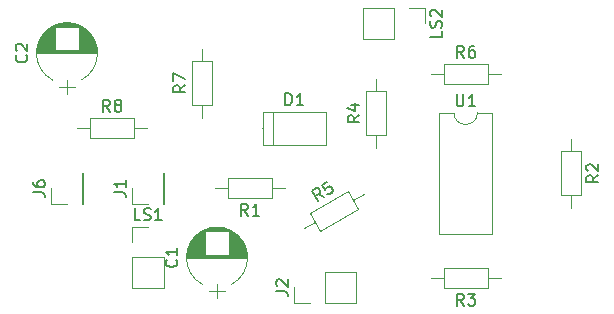
<source format=gbr>
G04 #@! TF.GenerationSoftware,KiCad,Pcbnew,(5.1.2)-2*
G04 #@! TF.CreationDate,2019-11-28T10:38:42+11:00*
G04 #@! TF.ProjectId,AM Demodulator,414d2044-656d-46f6-9475-6c61746f722e,rev 0.1*
G04 #@! TF.SameCoordinates,Original*
G04 #@! TF.FileFunction,Legend,Top*
G04 #@! TF.FilePolarity,Positive*
%FSLAX46Y46*%
G04 Gerber Fmt 4.6, Leading zero omitted, Abs format (unit mm)*
G04 Created by KiCad (PCBNEW (5.1.2)-2) date 2019-11-28 10:38:42*
%MOMM*%
%LPD*%
G04 APERTURE LIST*
%ADD10C,0.120000*%
%ADD11C,0.150000*%
G04 APERTURE END LIST*
D10*
X144662000Y-116948000D02*
X145962000Y-116948000D01*
X145312000Y-117548000D02*
X145312000Y-116348000D01*
X144958000Y-111537000D02*
X145666000Y-111537000D01*
X144753000Y-111577000D02*
X145871000Y-111577000D01*
X144605000Y-111617000D02*
X146019000Y-111617000D01*
X144483000Y-111657000D02*
X146141000Y-111657000D01*
X144378000Y-111697000D02*
X146246000Y-111697000D01*
X144284000Y-111737000D02*
X146340000Y-111737000D01*
X144200000Y-111777000D02*
X146424000Y-111777000D01*
X144123000Y-111817000D02*
X146501000Y-111817000D01*
X144051000Y-111857000D02*
X146573000Y-111857000D01*
X146292000Y-111897000D02*
X146639000Y-111897000D01*
X143985000Y-111897000D02*
X144332000Y-111897000D01*
X146292000Y-111937000D02*
X146702000Y-111937000D01*
X143922000Y-111937000D02*
X144332000Y-111937000D01*
X146292000Y-111977000D02*
X146760000Y-111977000D01*
X143864000Y-111977000D02*
X144332000Y-111977000D01*
X146292000Y-112017000D02*
X146816000Y-112017000D01*
X143808000Y-112017000D02*
X144332000Y-112017000D01*
X146292000Y-112057000D02*
X146868000Y-112057000D01*
X143756000Y-112057000D02*
X144332000Y-112057000D01*
X146292000Y-112097000D02*
X146918000Y-112097000D01*
X143706000Y-112097000D02*
X144332000Y-112097000D01*
X146292000Y-112137000D02*
X146966000Y-112137000D01*
X143658000Y-112137000D02*
X144332000Y-112137000D01*
X146292000Y-112177000D02*
X147011000Y-112177000D01*
X143613000Y-112177000D02*
X144332000Y-112177000D01*
X146292000Y-112217000D02*
X147054000Y-112217000D01*
X143570000Y-112217000D02*
X144332000Y-112217000D01*
X146292000Y-112257000D02*
X147095000Y-112257000D01*
X143529000Y-112257000D02*
X144332000Y-112257000D01*
X146292000Y-112297000D02*
X147135000Y-112297000D01*
X143489000Y-112297000D02*
X144332000Y-112297000D01*
X146292000Y-112337000D02*
X147173000Y-112337000D01*
X143451000Y-112337000D02*
X144332000Y-112337000D01*
X146292000Y-112377000D02*
X147209000Y-112377000D01*
X143415000Y-112377000D02*
X144332000Y-112377000D01*
X146292000Y-112417000D02*
X147244000Y-112417000D01*
X143380000Y-112417000D02*
X144332000Y-112417000D01*
X146292000Y-112457000D02*
X147277000Y-112457000D01*
X143347000Y-112457000D02*
X144332000Y-112457000D01*
X146292000Y-112497000D02*
X147309000Y-112497000D01*
X143315000Y-112497000D02*
X144332000Y-112497000D01*
X146292000Y-112537000D02*
X147340000Y-112537000D01*
X143284000Y-112537000D02*
X144332000Y-112537000D01*
X146292000Y-112577000D02*
X147370000Y-112577000D01*
X143254000Y-112577000D02*
X144332000Y-112577000D01*
X146292000Y-112617000D02*
X147398000Y-112617000D01*
X143226000Y-112617000D02*
X144332000Y-112617000D01*
X146292000Y-112657000D02*
X147425000Y-112657000D01*
X143199000Y-112657000D02*
X144332000Y-112657000D01*
X146292000Y-112697000D02*
X147452000Y-112697000D01*
X143172000Y-112697000D02*
X144332000Y-112697000D01*
X146292000Y-112737000D02*
X147477000Y-112737000D01*
X143147000Y-112737000D02*
X144332000Y-112737000D01*
X146292000Y-112777000D02*
X147501000Y-112777000D01*
X143123000Y-112777000D02*
X144332000Y-112777000D01*
X146292000Y-112817000D02*
X147524000Y-112817000D01*
X143100000Y-112817000D02*
X144332000Y-112817000D01*
X146292000Y-112857000D02*
X147546000Y-112857000D01*
X143078000Y-112857000D02*
X144332000Y-112857000D01*
X146292000Y-112897000D02*
X147568000Y-112897000D01*
X143056000Y-112897000D02*
X144332000Y-112897000D01*
X146292000Y-112937000D02*
X147588000Y-112937000D01*
X143036000Y-112937000D02*
X144332000Y-112937000D01*
X146292000Y-112977000D02*
X147608000Y-112977000D01*
X143016000Y-112977000D02*
X144332000Y-112977000D01*
X146292000Y-113017000D02*
X147627000Y-113017000D01*
X142997000Y-113017000D02*
X144332000Y-113017000D01*
X146292000Y-113057000D02*
X147645000Y-113057000D01*
X142979000Y-113057000D02*
X144332000Y-113057000D01*
X146292000Y-113097000D02*
X147662000Y-113097000D01*
X142962000Y-113097000D02*
X144332000Y-113097000D01*
X146292000Y-113137000D02*
X147678000Y-113137000D01*
X142946000Y-113137000D02*
X144332000Y-113137000D01*
X146292000Y-113177000D02*
X147694000Y-113177000D01*
X142930000Y-113177000D02*
X144332000Y-113177000D01*
X146292000Y-113217000D02*
X147708000Y-113217000D01*
X142916000Y-113217000D02*
X144332000Y-113217000D01*
X146292000Y-113257000D02*
X147722000Y-113257000D01*
X142902000Y-113257000D02*
X144332000Y-113257000D01*
X146292000Y-113297000D02*
X147736000Y-113297000D01*
X142888000Y-113297000D02*
X144332000Y-113297000D01*
X146292000Y-113337000D02*
X147748000Y-113337000D01*
X142876000Y-113337000D02*
X144332000Y-113337000D01*
X146292000Y-113377000D02*
X147760000Y-113377000D01*
X142864000Y-113377000D02*
X144332000Y-113377000D01*
X146292000Y-113418000D02*
X147772000Y-113418000D01*
X142852000Y-113418000D02*
X144332000Y-113418000D01*
X146292000Y-113458000D02*
X147782000Y-113458000D01*
X142842000Y-113458000D02*
X144332000Y-113458000D01*
X146292000Y-113498000D02*
X147792000Y-113498000D01*
X142832000Y-113498000D02*
X144332000Y-113498000D01*
X146292000Y-113538000D02*
X147801000Y-113538000D01*
X142823000Y-113538000D02*
X144332000Y-113538000D01*
X146292000Y-113578000D02*
X147810000Y-113578000D01*
X142814000Y-113578000D02*
X144332000Y-113578000D01*
X146292000Y-113618000D02*
X147818000Y-113618000D01*
X142806000Y-113618000D02*
X144332000Y-113618000D01*
X146292000Y-113658000D02*
X147825000Y-113658000D01*
X142799000Y-113658000D02*
X144332000Y-113658000D01*
X146292000Y-113698000D02*
X147831000Y-113698000D01*
X142793000Y-113698000D02*
X144332000Y-113698000D01*
X146292000Y-113738000D02*
X147837000Y-113738000D01*
X142787000Y-113738000D02*
X144332000Y-113738000D01*
X146292000Y-113778000D02*
X147843000Y-113778000D01*
X142781000Y-113778000D02*
X144332000Y-113778000D01*
X146292000Y-113818000D02*
X147847000Y-113818000D01*
X142777000Y-113818000D02*
X144332000Y-113818000D01*
X142773000Y-113858000D02*
X147851000Y-113858000D01*
X142769000Y-113898000D02*
X147855000Y-113898000D01*
X142766000Y-113938000D02*
X147858000Y-113938000D01*
X142764000Y-113978000D02*
X147860000Y-113978000D01*
X142763000Y-114018000D02*
X147861000Y-114018000D01*
X142762000Y-114058000D02*
X147862000Y-114058000D01*
X142762000Y-114098000D02*
X147862000Y-114098000D01*
X146491723Y-111792278D02*
G75*
G03X144132000Y-111792420I-1179723J-2305722D01*
G01*
X146491723Y-111792278D02*
G75*
G02X146492000Y-116403580I-1179723J-2305722D01*
G01*
X144132277Y-111792278D02*
G75*
G03X144132000Y-116403580I1179723J-2305722D01*
G01*
X131432277Y-94480278D02*
G75*
G03X131432000Y-99091580I1179723J-2305722D01*
G01*
X133791723Y-94480278D02*
G75*
G02X133792000Y-99091580I-1179723J-2305722D01*
G01*
X133791723Y-94480278D02*
G75*
G03X131432000Y-94480420I-1179723J-2305722D01*
G01*
X130062000Y-96786000D02*
X135162000Y-96786000D01*
X130062000Y-96746000D02*
X135162000Y-96746000D01*
X130063000Y-96706000D02*
X135161000Y-96706000D01*
X130064000Y-96666000D02*
X135160000Y-96666000D01*
X130066000Y-96626000D02*
X135158000Y-96626000D01*
X130069000Y-96586000D02*
X135155000Y-96586000D01*
X130073000Y-96546000D02*
X135151000Y-96546000D01*
X130077000Y-96506000D02*
X131632000Y-96506000D01*
X133592000Y-96506000D02*
X135147000Y-96506000D01*
X130081000Y-96466000D02*
X131632000Y-96466000D01*
X133592000Y-96466000D02*
X135143000Y-96466000D01*
X130087000Y-96426000D02*
X131632000Y-96426000D01*
X133592000Y-96426000D02*
X135137000Y-96426000D01*
X130093000Y-96386000D02*
X131632000Y-96386000D01*
X133592000Y-96386000D02*
X135131000Y-96386000D01*
X130099000Y-96346000D02*
X131632000Y-96346000D01*
X133592000Y-96346000D02*
X135125000Y-96346000D01*
X130106000Y-96306000D02*
X131632000Y-96306000D01*
X133592000Y-96306000D02*
X135118000Y-96306000D01*
X130114000Y-96266000D02*
X131632000Y-96266000D01*
X133592000Y-96266000D02*
X135110000Y-96266000D01*
X130123000Y-96226000D02*
X131632000Y-96226000D01*
X133592000Y-96226000D02*
X135101000Y-96226000D01*
X130132000Y-96186000D02*
X131632000Y-96186000D01*
X133592000Y-96186000D02*
X135092000Y-96186000D01*
X130142000Y-96146000D02*
X131632000Y-96146000D01*
X133592000Y-96146000D02*
X135082000Y-96146000D01*
X130152000Y-96106000D02*
X131632000Y-96106000D01*
X133592000Y-96106000D02*
X135072000Y-96106000D01*
X130164000Y-96065000D02*
X131632000Y-96065000D01*
X133592000Y-96065000D02*
X135060000Y-96065000D01*
X130176000Y-96025000D02*
X131632000Y-96025000D01*
X133592000Y-96025000D02*
X135048000Y-96025000D01*
X130188000Y-95985000D02*
X131632000Y-95985000D01*
X133592000Y-95985000D02*
X135036000Y-95985000D01*
X130202000Y-95945000D02*
X131632000Y-95945000D01*
X133592000Y-95945000D02*
X135022000Y-95945000D01*
X130216000Y-95905000D02*
X131632000Y-95905000D01*
X133592000Y-95905000D02*
X135008000Y-95905000D01*
X130230000Y-95865000D02*
X131632000Y-95865000D01*
X133592000Y-95865000D02*
X134994000Y-95865000D01*
X130246000Y-95825000D02*
X131632000Y-95825000D01*
X133592000Y-95825000D02*
X134978000Y-95825000D01*
X130262000Y-95785000D02*
X131632000Y-95785000D01*
X133592000Y-95785000D02*
X134962000Y-95785000D01*
X130279000Y-95745000D02*
X131632000Y-95745000D01*
X133592000Y-95745000D02*
X134945000Y-95745000D01*
X130297000Y-95705000D02*
X131632000Y-95705000D01*
X133592000Y-95705000D02*
X134927000Y-95705000D01*
X130316000Y-95665000D02*
X131632000Y-95665000D01*
X133592000Y-95665000D02*
X134908000Y-95665000D01*
X130336000Y-95625000D02*
X131632000Y-95625000D01*
X133592000Y-95625000D02*
X134888000Y-95625000D01*
X130356000Y-95585000D02*
X131632000Y-95585000D01*
X133592000Y-95585000D02*
X134868000Y-95585000D01*
X130378000Y-95545000D02*
X131632000Y-95545000D01*
X133592000Y-95545000D02*
X134846000Y-95545000D01*
X130400000Y-95505000D02*
X131632000Y-95505000D01*
X133592000Y-95505000D02*
X134824000Y-95505000D01*
X130423000Y-95465000D02*
X131632000Y-95465000D01*
X133592000Y-95465000D02*
X134801000Y-95465000D01*
X130447000Y-95425000D02*
X131632000Y-95425000D01*
X133592000Y-95425000D02*
X134777000Y-95425000D01*
X130472000Y-95385000D02*
X131632000Y-95385000D01*
X133592000Y-95385000D02*
X134752000Y-95385000D01*
X130499000Y-95345000D02*
X131632000Y-95345000D01*
X133592000Y-95345000D02*
X134725000Y-95345000D01*
X130526000Y-95305000D02*
X131632000Y-95305000D01*
X133592000Y-95305000D02*
X134698000Y-95305000D01*
X130554000Y-95265000D02*
X131632000Y-95265000D01*
X133592000Y-95265000D02*
X134670000Y-95265000D01*
X130584000Y-95225000D02*
X131632000Y-95225000D01*
X133592000Y-95225000D02*
X134640000Y-95225000D01*
X130615000Y-95185000D02*
X131632000Y-95185000D01*
X133592000Y-95185000D02*
X134609000Y-95185000D01*
X130647000Y-95145000D02*
X131632000Y-95145000D01*
X133592000Y-95145000D02*
X134577000Y-95145000D01*
X130680000Y-95105000D02*
X131632000Y-95105000D01*
X133592000Y-95105000D02*
X134544000Y-95105000D01*
X130715000Y-95065000D02*
X131632000Y-95065000D01*
X133592000Y-95065000D02*
X134509000Y-95065000D01*
X130751000Y-95025000D02*
X131632000Y-95025000D01*
X133592000Y-95025000D02*
X134473000Y-95025000D01*
X130789000Y-94985000D02*
X131632000Y-94985000D01*
X133592000Y-94985000D02*
X134435000Y-94985000D01*
X130829000Y-94945000D02*
X131632000Y-94945000D01*
X133592000Y-94945000D02*
X134395000Y-94945000D01*
X130870000Y-94905000D02*
X131632000Y-94905000D01*
X133592000Y-94905000D02*
X134354000Y-94905000D01*
X130913000Y-94865000D02*
X131632000Y-94865000D01*
X133592000Y-94865000D02*
X134311000Y-94865000D01*
X130958000Y-94825000D02*
X131632000Y-94825000D01*
X133592000Y-94825000D02*
X134266000Y-94825000D01*
X131006000Y-94785000D02*
X131632000Y-94785000D01*
X133592000Y-94785000D02*
X134218000Y-94785000D01*
X131056000Y-94745000D02*
X131632000Y-94745000D01*
X133592000Y-94745000D02*
X134168000Y-94745000D01*
X131108000Y-94705000D02*
X131632000Y-94705000D01*
X133592000Y-94705000D02*
X134116000Y-94705000D01*
X131164000Y-94665000D02*
X131632000Y-94665000D01*
X133592000Y-94665000D02*
X134060000Y-94665000D01*
X131222000Y-94625000D02*
X131632000Y-94625000D01*
X133592000Y-94625000D02*
X134002000Y-94625000D01*
X131285000Y-94585000D02*
X131632000Y-94585000D01*
X133592000Y-94585000D02*
X133939000Y-94585000D01*
X131351000Y-94545000D02*
X133873000Y-94545000D01*
X131423000Y-94505000D02*
X133801000Y-94505000D01*
X131500000Y-94465000D02*
X133724000Y-94465000D01*
X131584000Y-94425000D02*
X133640000Y-94425000D01*
X131678000Y-94385000D02*
X133546000Y-94385000D01*
X131783000Y-94345000D02*
X133441000Y-94345000D01*
X131905000Y-94305000D02*
X133319000Y-94305000D01*
X132053000Y-94265000D02*
X133171000Y-94265000D01*
X132258000Y-94225000D02*
X132966000Y-94225000D01*
X132612000Y-100236000D02*
X132612000Y-99036000D01*
X131962000Y-99636000D02*
X133262000Y-99636000D01*
X150028000Y-101746000D02*
X150028000Y-104566000D01*
X154578000Y-103156000D02*
X154508000Y-103156000D01*
X149118000Y-103156000D02*
X149188000Y-103156000D01*
X154508000Y-101746000D02*
X149188000Y-101746000D01*
X154508000Y-104566000D02*
X154508000Y-101746000D01*
X149188000Y-104566000D02*
X154508000Y-104566000D01*
X149188000Y-101746000D02*
X149188000Y-104566000D01*
X138140000Y-109566000D02*
X138140000Y-108236000D01*
X139470000Y-109566000D02*
X138140000Y-109566000D01*
X140740000Y-109566000D02*
X140740000Y-106906000D01*
X140740000Y-106906000D02*
X140800000Y-106906000D01*
X140740000Y-109566000D02*
X140800000Y-109566000D01*
X140800000Y-109566000D02*
X140800000Y-106906000D01*
X151856000Y-117948000D02*
X151856000Y-116618000D01*
X153186000Y-117948000D02*
X151856000Y-117948000D01*
X154456000Y-117948000D02*
X154456000Y-115288000D01*
X154456000Y-115288000D02*
X157056000Y-115288000D01*
X154456000Y-117948000D02*
X157056000Y-117948000D01*
X157056000Y-117948000D02*
X157056000Y-115288000D01*
X133942000Y-109566000D02*
X133942000Y-106906000D01*
X133882000Y-109566000D02*
X133942000Y-109566000D01*
X133882000Y-106906000D02*
X133942000Y-106906000D01*
X133882000Y-109566000D02*
X133882000Y-106906000D01*
X132612000Y-109566000D02*
X131282000Y-109566000D01*
X131282000Y-109566000D02*
X131282000Y-108236000D01*
X138140000Y-116678000D02*
X140800000Y-116678000D01*
X138140000Y-114078000D02*
X138140000Y-116678000D01*
X140800000Y-114078000D02*
X140800000Y-116678000D01*
X138140000Y-114078000D02*
X140800000Y-114078000D01*
X138140000Y-112808000D02*
X138140000Y-111478000D01*
X138140000Y-111478000D02*
X139470000Y-111478000D01*
X162898000Y-92936000D02*
X162898000Y-94266000D01*
X161568000Y-92936000D02*
X162898000Y-92936000D01*
X160298000Y-92936000D02*
X160298000Y-95596000D01*
X160298000Y-95596000D02*
X157698000Y-95596000D01*
X160298000Y-92936000D02*
X157698000Y-92936000D01*
X157698000Y-92936000D02*
X157698000Y-95596000D01*
X149966000Y-109096000D02*
X149966000Y-107376000D01*
X149966000Y-107376000D02*
X146246000Y-107376000D01*
X146246000Y-107376000D02*
X146246000Y-109096000D01*
X146246000Y-109096000D02*
X149966000Y-109096000D01*
X151036000Y-108236000D02*
X149966000Y-108236000D01*
X145176000Y-108236000D02*
X146246000Y-108236000D01*
X175284000Y-109896000D02*
X175284000Y-108826000D01*
X175284000Y-104036000D02*
X175284000Y-105106000D01*
X176144000Y-108826000D02*
X176144000Y-105106000D01*
X174424000Y-108826000D02*
X176144000Y-108826000D01*
X174424000Y-105106000D02*
X174424000Y-108826000D01*
X176144000Y-105106000D02*
X174424000Y-105106000D01*
X168254000Y-116716000D02*
X168254000Y-114996000D01*
X168254000Y-114996000D02*
X164534000Y-114996000D01*
X164534000Y-114996000D02*
X164534000Y-116716000D01*
X164534000Y-116716000D02*
X168254000Y-116716000D01*
X169324000Y-115856000D02*
X168254000Y-115856000D01*
X163464000Y-115856000D02*
X164534000Y-115856000D01*
X157914000Y-103746000D02*
X159634000Y-103746000D01*
X159634000Y-103746000D02*
X159634000Y-100026000D01*
X159634000Y-100026000D02*
X157914000Y-100026000D01*
X157914000Y-100026000D02*
X157914000Y-103746000D01*
X158774000Y-104816000D02*
X158774000Y-103746000D01*
X158774000Y-98956000D02*
X158774000Y-100026000D01*
X157753011Y-108676000D02*
X156826364Y-109211000D01*
X152678102Y-111606000D02*
X153604750Y-111071000D01*
X156396364Y-108466218D02*
X153174750Y-110326218D01*
X157256364Y-109955782D02*
X156396364Y-108466218D01*
X154034750Y-111815782D02*
X157256364Y-109955782D01*
X153174750Y-110326218D02*
X154034750Y-111815782D01*
X169324000Y-98584000D02*
X168254000Y-98584000D01*
X163464000Y-98584000D02*
X164534000Y-98584000D01*
X168254000Y-97724000D02*
X164534000Y-97724000D01*
X168254000Y-99444000D02*
X168254000Y-97724000D01*
X164534000Y-99444000D02*
X168254000Y-99444000D01*
X164534000Y-97724000D02*
X164534000Y-99444000D01*
X143178000Y-101206000D02*
X144898000Y-101206000D01*
X144898000Y-101206000D02*
X144898000Y-97486000D01*
X144898000Y-97486000D02*
X143178000Y-97486000D01*
X143178000Y-97486000D02*
X143178000Y-101206000D01*
X144038000Y-102276000D02*
X144038000Y-101206000D01*
X144038000Y-96416000D02*
X144038000Y-97486000D01*
X139352000Y-103156000D02*
X138282000Y-103156000D01*
X133492000Y-103156000D02*
X134562000Y-103156000D01*
X138282000Y-102296000D02*
X134562000Y-102296000D01*
X138282000Y-104016000D02*
X138282000Y-102296000D01*
X134562000Y-104016000D02*
X138282000Y-104016000D01*
X134562000Y-102296000D02*
X134562000Y-104016000D01*
X168622000Y-101826000D02*
X167372000Y-101826000D01*
X168622000Y-112106000D02*
X168622000Y-101826000D01*
X164122000Y-112106000D02*
X168622000Y-112106000D01*
X164122000Y-101826000D02*
X164122000Y-112106000D01*
X165372000Y-101826000D02*
X164122000Y-101826000D01*
X167372000Y-101826000D02*
G75*
G02X165372000Y-101826000I-1000000J0D01*
G01*
D11*
X141859142Y-114264666D02*
X141906761Y-114312285D01*
X141954380Y-114455142D01*
X141954380Y-114550380D01*
X141906761Y-114693238D01*
X141811523Y-114788476D01*
X141716285Y-114836095D01*
X141525809Y-114883714D01*
X141382952Y-114883714D01*
X141192476Y-114836095D01*
X141097238Y-114788476D01*
X141002000Y-114693238D01*
X140954380Y-114550380D01*
X140954380Y-114455142D01*
X141002000Y-114312285D01*
X141049619Y-114264666D01*
X141954380Y-113312285D02*
X141954380Y-113883714D01*
X141954380Y-113598000D02*
X140954380Y-113598000D01*
X141097238Y-113693238D01*
X141192476Y-113788476D01*
X141240095Y-113883714D01*
X129159142Y-96952666D02*
X129206761Y-97000285D01*
X129254380Y-97143142D01*
X129254380Y-97238380D01*
X129206761Y-97381238D01*
X129111523Y-97476476D01*
X129016285Y-97524095D01*
X128825809Y-97571714D01*
X128682952Y-97571714D01*
X128492476Y-97524095D01*
X128397238Y-97476476D01*
X128302000Y-97381238D01*
X128254380Y-97238380D01*
X128254380Y-97143142D01*
X128302000Y-97000285D01*
X128349619Y-96952666D01*
X128349619Y-96571714D02*
X128302000Y-96524095D01*
X128254380Y-96428857D01*
X128254380Y-96190761D01*
X128302000Y-96095523D01*
X128349619Y-96047904D01*
X128444857Y-96000285D01*
X128540095Y-96000285D01*
X128682952Y-96047904D01*
X129254380Y-96619333D01*
X129254380Y-96000285D01*
X151109904Y-101198380D02*
X151109904Y-100198380D01*
X151348000Y-100198380D01*
X151490857Y-100246000D01*
X151586095Y-100341238D01*
X151633714Y-100436476D01*
X151681333Y-100626952D01*
X151681333Y-100769809D01*
X151633714Y-100960285D01*
X151586095Y-101055523D01*
X151490857Y-101150761D01*
X151348000Y-101198380D01*
X151109904Y-101198380D01*
X152633714Y-101198380D02*
X152062285Y-101198380D01*
X152348000Y-101198380D02*
X152348000Y-100198380D01*
X152252761Y-100341238D01*
X152157523Y-100436476D01*
X152062285Y-100484095D01*
X136592380Y-108569333D02*
X137306666Y-108569333D01*
X137449523Y-108616952D01*
X137544761Y-108712190D01*
X137592380Y-108855047D01*
X137592380Y-108950285D01*
X137592380Y-107569333D02*
X137592380Y-108140761D01*
X137592380Y-107855047D02*
X136592380Y-107855047D01*
X136735238Y-107950285D01*
X136830476Y-108045523D01*
X136878095Y-108140761D01*
X150308380Y-116951333D02*
X151022666Y-116951333D01*
X151165523Y-116998952D01*
X151260761Y-117094190D01*
X151308380Y-117237047D01*
X151308380Y-117332285D01*
X150403619Y-116522761D02*
X150356000Y-116475142D01*
X150308380Y-116379904D01*
X150308380Y-116141809D01*
X150356000Y-116046571D01*
X150403619Y-115998952D01*
X150498857Y-115951333D01*
X150594095Y-115951333D01*
X150736952Y-115998952D01*
X151308380Y-116570380D01*
X151308380Y-115951333D01*
X129734380Y-108569333D02*
X130448666Y-108569333D01*
X130591523Y-108616952D01*
X130686761Y-108712190D01*
X130734380Y-108855047D01*
X130734380Y-108950285D01*
X129734380Y-107664571D02*
X129734380Y-107855047D01*
X129782000Y-107950285D01*
X129829619Y-107997904D01*
X129972476Y-108093142D01*
X130162952Y-108140761D01*
X130543904Y-108140761D01*
X130639142Y-108093142D01*
X130686761Y-108045523D01*
X130734380Y-107950285D01*
X130734380Y-107759809D01*
X130686761Y-107664571D01*
X130639142Y-107616952D01*
X130543904Y-107569333D01*
X130305809Y-107569333D01*
X130210571Y-107616952D01*
X130162952Y-107664571D01*
X130115333Y-107759809D01*
X130115333Y-107950285D01*
X130162952Y-108045523D01*
X130210571Y-108093142D01*
X130305809Y-108140761D01*
X138827142Y-110930380D02*
X138350952Y-110930380D01*
X138350952Y-109930380D01*
X139112857Y-110882761D02*
X139255714Y-110930380D01*
X139493809Y-110930380D01*
X139589047Y-110882761D01*
X139636666Y-110835142D01*
X139684285Y-110739904D01*
X139684285Y-110644666D01*
X139636666Y-110549428D01*
X139589047Y-110501809D01*
X139493809Y-110454190D01*
X139303333Y-110406571D01*
X139208095Y-110358952D01*
X139160476Y-110311333D01*
X139112857Y-110216095D01*
X139112857Y-110120857D01*
X139160476Y-110025619D01*
X139208095Y-109978000D01*
X139303333Y-109930380D01*
X139541428Y-109930380D01*
X139684285Y-109978000D01*
X140636666Y-110930380D02*
X140065238Y-110930380D01*
X140350952Y-110930380D02*
X140350952Y-109930380D01*
X140255714Y-110073238D01*
X140160476Y-110168476D01*
X140065238Y-110216095D01*
X164350380Y-94908857D02*
X164350380Y-95385047D01*
X163350380Y-95385047D01*
X164302761Y-94623142D02*
X164350380Y-94480285D01*
X164350380Y-94242190D01*
X164302761Y-94146952D01*
X164255142Y-94099333D01*
X164159904Y-94051714D01*
X164064666Y-94051714D01*
X163969428Y-94099333D01*
X163921809Y-94146952D01*
X163874190Y-94242190D01*
X163826571Y-94432666D01*
X163778952Y-94527904D01*
X163731333Y-94575523D01*
X163636095Y-94623142D01*
X163540857Y-94623142D01*
X163445619Y-94575523D01*
X163398000Y-94527904D01*
X163350380Y-94432666D01*
X163350380Y-94194571D01*
X163398000Y-94051714D01*
X163445619Y-93670761D02*
X163398000Y-93623142D01*
X163350380Y-93527904D01*
X163350380Y-93289809D01*
X163398000Y-93194571D01*
X163445619Y-93146952D01*
X163540857Y-93099333D01*
X163636095Y-93099333D01*
X163778952Y-93146952D01*
X164350380Y-93718380D01*
X164350380Y-93099333D01*
X147939333Y-110548380D02*
X147606000Y-110072190D01*
X147367904Y-110548380D02*
X147367904Y-109548380D01*
X147748857Y-109548380D01*
X147844095Y-109596000D01*
X147891714Y-109643619D01*
X147939333Y-109738857D01*
X147939333Y-109881714D01*
X147891714Y-109976952D01*
X147844095Y-110024571D01*
X147748857Y-110072190D01*
X147367904Y-110072190D01*
X148891714Y-110548380D02*
X148320285Y-110548380D01*
X148606000Y-110548380D02*
X148606000Y-109548380D01*
X148510761Y-109691238D01*
X148415523Y-109786476D01*
X148320285Y-109834095D01*
X177596380Y-107132666D02*
X177120190Y-107466000D01*
X177596380Y-107704095D02*
X176596380Y-107704095D01*
X176596380Y-107323142D01*
X176644000Y-107227904D01*
X176691619Y-107180285D01*
X176786857Y-107132666D01*
X176929714Y-107132666D01*
X177024952Y-107180285D01*
X177072571Y-107227904D01*
X177120190Y-107323142D01*
X177120190Y-107704095D01*
X176691619Y-106751714D02*
X176644000Y-106704095D01*
X176596380Y-106608857D01*
X176596380Y-106370761D01*
X176644000Y-106275523D01*
X176691619Y-106227904D01*
X176786857Y-106180285D01*
X176882095Y-106180285D01*
X177024952Y-106227904D01*
X177596380Y-106799333D01*
X177596380Y-106180285D01*
X166227333Y-118168380D02*
X165894000Y-117692190D01*
X165655904Y-118168380D02*
X165655904Y-117168380D01*
X166036857Y-117168380D01*
X166132095Y-117216000D01*
X166179714Y-117263619D01*
X166227333Y-117358857D01*
X166227333Y-117501714D01*
X166179714Y-117596952D01*
X166132095Y-117644571D01*
X166036857Y-117692190D01*
X165655904Y-117692190D01*
X166560666Y-117168380D02*
X167179714Y-117168380D01*
X166846380Y-117549333D01*
X166989238Y-117549333D01*
X167084476Y-117596952D01*
X167132095Y-117644571D01*
X167179714Y-117739809D01*
X167179714Y-117977904D01*
X167132095Y-118073142D01*
X167084476Y-118120761D01*
X166989238Y-118168380D01*
X166703523Y-118168380D01*
X166608285Y-118120761D01*
X166560666Y-118073142D01*
X157366380Y-102052666D02*
X156890190Y-102386000D01*
X157366380Y-102624095D02*
X156366380Y-102624095D01*
X156366380Y-102243142D01*
X156414000Y-102147904D01*
X156461619Y-102100285D01*
X156556857Y-102052666D01*
X156699714Y-102052666D01*
X156794952Y-102100285D01*
X156842571Y-102147904D01*
X156890190Y-102243142D01*
X156890190Y-102624095D01*
X156699714Y-101195523D02*
X157366380Y-101195523D01*
X156318761Y-101433619D02*
X157033047Y-101671714D01*
X157033047Y-101052666D01*
X154367409Y-109005299D02*
X153840639Y-108759573D01*
X153872538Y-109291014D02*
X153372538Y-108424988D01*
X153702452Y-108234512D01*
X153808740Y-108228132D01*
X153873789Y-108245562D01*
X153962648Y-108304231D01*
X154034076Y-108427949D01*
X154040456Y-108534237D01*
X154023026Y-108599286D01*
X153964357Y-108688144D01*
X153634443Y-108878620D01*
X154650956Y-107686893D02*
X154238563Y-107924988D01*
X154435419Y-108361191D01*
X154452849Y-108296142D01*
X154511518Y-108207284D01*
X154717714Y-108088236D01*
X154824003Y-108081856D01*
X154889051Y-108099286D01*
X154977910Y-108157955D01*
X155096957Y-108364152D01*
X155103337Y-108470440D01*
X155085907Y-108535488D01*
X155027238Y-108624347D01*
X154821042Y-108743394D01*
X154714754Y-108749774D01*
X154649705Y-108732344D01*
X166227333Y-97176380D02*
X165894000Y-96700190D01*
X165655904Y-97176380D02*
X165655904Y-96176380D01*
X166036857Y-96176380D01*
X166132095Y-96224000D01*
X166179714Y-96271619D01*
X166227333Y-96366857D01*
X166227333Y-96509714D01*
X166179714Y-96604952D01*
X166132095Y-96652571D01*
X166036857Y-96700190D01*
X165655904Y-96700190D01*
X167084476Y-96176380D02*
X166894000Y-96176380D01*
X166798761Y-96224000D01*
X166751142Y-96271619D01*
X166655904Y-96414476D01*
X166608285Y-96604952D01*
X166608285Y-96985904D01*
X166655904Y-97081142D01*
X166703523Y-97128761D01*
X166798761Y-97176380D01*
X166989238Y-97176380D01*
X167084476Y-97128761D01*
X167132095Y-97081142D01*
X167179714Y-96985904D01*
X167179714Y-96747809D01*
X167132095Y-96652571D01*
X167084476Y-96604952D01*
X166989238Y-96557333D01*
X166798761Y-96557333D01*
X166703523Y-96604952D01*
X166655904Y-96652571D01*
X166608285Y-96747809D01*
X142630380Y-99512666D02*
X142154190Y-99846000D01*
X142630380Y-100084095D02*
X141630380Y-100084095D01*
X141630380Y-99703142D01*
X141678000Y-99607904D01*
X141725619Y-99560285D01*
X141820857Y-99512666D01*
X141963714Y-99512666D01*
X142058952Y-99560285D01*
X142106571Y-99607904D01*
X142154190Y-99703142D01*
X142154190Y-100084095D01*
X141630380Y-99179333D02*
X141630380Y-98512666D01*
X142630380Y-98941238D01*
X136255333Y-101748380D02*
X135922000Y-101272190D01*
X135683904Y-101748380D02*
X135683904Y-100748380D01*
X136064857Y-100748380D01*
X136160095Y-100796000D01*
X136207714Y-100843619D01*
X136255333Y-100938857D01*
X136255333Y-101081714D01*
X136207714Y-101176952D01*
X136160095Y-101224571D01*
X136064857Y-101272190D01*
X135683904Y-101272190D01*
X136826761Y-101176952D02*
X136731523Y-101129333D01*
X136683904Y-101081714D01*
X136636285Y-100986476D01*
X136636285Y-100938857D01*
X136683904Y-100843619D01*
X136731523Y-100796000D01*
X136826761Y-100748380D01*
X137017238Y-100748380D01*
X137112476Y-100796000D01*
X137160095Y-100843619D01*
X137207714Y-100938857D01*
X137207714Y-100986476D01*
X137160095Y-101081714D01*
X137112476Y-101129333D01*
X137017238Y-101176952D01*
X136826761Y-101176952D01*
X136731523Y-101224571D01*
X136683904Y-101272190D01*
X136636285Y-101367428D01*
X136636285Y-101557904D01*
X136683904Y-101653142D01*
X136731523Y-101700761D01*
X136826761Y-101748380D01*
X137017238Y-101748380D01*
X137112476Y-101700761D01*
X137160095Y-101653142D01*
X137207714Y-101557904D01*
X137207714Y-101367428D01*
X137160095Y-101272190D01*
X137112476Y-101224571D01*
X137017238Y-101176952D01*
X165610095Y-100278380D02*
X165610095Y-101087904D01*
X165657714Y-101183142D01*
X165705333Y-101230761D01*
X165800571Y-101278380D01*
X165991047Y-101278380D01*
X166086285Y-101230761D01*
X166133904Y-101183142D01*
X166181523Y-101087904D01*
X166181523Y-100278380D01*
X167181523Y-101278380D02*
X166610095Y-101278380D01*
X166895809Y-101278380D02*
X166895809Y-100278380D01*
X166800571Y-100421238D01*
X166705333Y-100516476D01*
X166610095Y-100564095D01*
M02*

</source>
